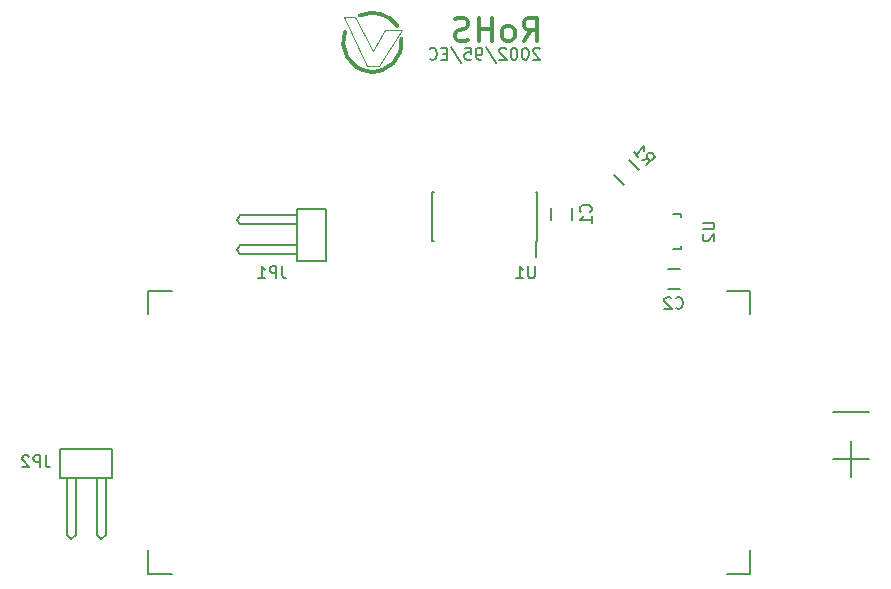
<source format=gbr>
G04 #@! TF.GenerationSoftware,KiCad,Pcbnew,5.0.0-rc2-dev-unknown*
G04 #@! TF.CreationDate,2018-06-18T21:32:58+02:00*
G04 #@! TF.ProjectId,thermometer-bausatz,746865726D6F6D657465722D62617573,rev?*
G04 #@! TF.SameCoordinates,PX3938700PY9896800*
G04 #@! TF.FileFunction,Legend,Bot*
G04 #@! TF.FilePolarity,Positive*
%FSLAX46Y46*%
G04 Gerber Fmt 4.6, Leading zero omitted, Abs format (unit mm)*
G04 Created by KiCad (PCBNEW 5.0.0-rc2-dev-unknown) date Mon Jun 18 21:32:58 2018*
%MOMM*%
%LPD*%
G01*
G04 APERTURE LIST*
%ADD10C,0.150000*%
%ADD11C,0.300000*%
%ADD12C,0.100000*%
G04 APERTURE END LIST*
D10*
X24500000Y0D02*
X24500000Y2000000D01*
X26500000Y0D02*
X24500000Y0D01*
X24500000Y22000000D02*
X24500000Y24000000D01*
X24500000Y24000000D02*
X26500000Y24000000D01*
X73500000Y24000000D02*
X75500000Y24000000D01*
X75500000Y24000000D02*
X75500000Y22000000D01*
X75500000Y2000000D02*
X75500000Y0D01*
X75500000Y0D02*
X73500000Y0D01*
X60350000Y31000000D02*
X60350000Y30000000D01*
X58650000Y30000000D02*
X58650000Y31000000D01*
X32300000Y29600000D02*
X37100000Y29600000D01*
X32000000Y30000000D02*
X32300000Y29600000D01*
X32300000Y30400000D02*
X32000000Y30000000D01*
X37100000Y30400000D02*
X32300000Y30400000D01*
X37100000Y26530000D02*
X39600000Y26530000D01*
X37100000Y30930000D02*
X37100000Y26530000D01*
X39600000Y30930000D02*
X37100000Y30930000D01*
X39600000Y26530000D02*
X39600000Y30930000D01*
X37100000Y30400000D02*
X32300000Y30400000D01*
X32300000Y30400000D02*
X32000000Y30000000D01*
X32000000Y30000000D02*
X32300000Y29600000D01*
X32300000Y29600000D02*
X37100000Y29600000D01*
X32300000Y29600000D02*
X37100000Y29600000D01*
X37100000Y30400000D02*
X32300000Y30400000D01*
X37100000Y30400000D02*
X32300000Y30400000D01*
X32300000Y29600000D02*
X37100000Y29600000D01*
X32000000Y30000000D02*
X32300000Y29600000D01*
X32300000Y30400000D02*
X32000000Y30000000D01*
X32300000Y30400000D02*
X32000000Y30000000D01*
X32000000Y30000000D02*
X32300000Y29600000D01*
X32300000Y27060000D02*
X37100000Y27060000D01*
X32300000Y27060000D02*
X37100000Y27060000D01*
X37100000Y27860000D02*
X32300000Y27860000D01*
X32300000Y27060000D02*
X37100000Y27060000D01*
X37100000Y27860000D02*
X32300000Y27860000D01*
X37100000Y27860000D02*
X32300000Y27860000D01*
X37100000Y27860000D02*
X32300000Y27860000D01*
X32300000Y27060000D02*
X37100000Y27060000D01*
X32000000Y27460000D02*
X32300000Y27060000D01*
X32000000Y27460000D02*
X32300000Y27060000D01*
X32300000Y27860000D02*
X32000000Y27460000D01*
X32300000Y27860000D02*
X32000000Y27460000D01*
X32000000Y27460000D02*
X32300000Y27060000D01*
X32300000Y27860000D02*
X32000000Y27460000D01*
X32300000Y27860000D02*
X32000000Y27460000D01*
X32000000Y27460000D02*
X32300000Y27060000D01*
X18400000Y3300000D02*
X18400000Y8100000D01*
X18000000Y3000000D02*
X18400000Y3300000D01*
X17600000Y3300000D02*
X18000000Y3000000D01*
X17600000Y8100000D02*
X17600000Y3300000D01*
X21470000Y8100000D02*
X21470000Y10600000D01*
X17070000Y8100000D02*
X21470000Y8100000D01*
X17070000Y10600000D02*
X17070000Y8100000D01*
X21470000Y10600000D02*
X17070000Y10600000D01*
X17600000Y8100000D02*
X17600000Y3300000D01*
X17600000Y3300000D02*
X18000000Y3000000D01*
X18000000Y3000000D02*
X18400000Y3300000D01*
X18400000Y3300000D02*
X18400000Y8100000D01*
X18400000Y3300000D02*
X18400000Y8100000D01*
X17600000Y8100000D02*
X17600000Y3300000D01*
X17600000Y8100000D02*
X17600000Y3300000D01*
X18400000Y3300000D02*
X18400000Y8100000D01*
X18000000Y3000000D02*
X18400000Y3300000D01*
X17600000Y3300000D02*
X18000000Y3000000D01*
X17600000Y3300000D02*
X18000000Y3000000D01*
X18000000Y3000000D02*
X18400000Y3300000D01*
X20940000Y3300000D02*
X20940000Y8100000D01*
X20940000Y3300000D02*
X20940000Y8100000D01*
X20140000Y8100000D02*
X20140000Y3300000D01*
X20940000Y3300000D02*
X20940000Y8100000D01*
X20140000Y8100000D02*
X20140000Y3300000D01*
X20140000Y8100000D02*
X20140000Y3300000D01*
X20140000Y8100000D02*
X20140000Y3300000D01*
X20940000Y3300000D02*
X20940000Y8100000D01*
X20540000Y3000000D02*
X20940000Y3300000D01*
X20540000Y3000000D02*
X20940000Y3300000D01*
X20140000Y3300000D02*
X20540000Y3000000D01*
X20140000Y3300000D02*
X20540000Y3000000D01*
X20540000Y3000000D02*
X20940000Y3300000D01*
X20140000Y3300000D02*
X20540000Y3000000D01*
X20140000Y3300000D02*
X20540000Y3000000D01*
X20540000Y3000000D02*
X20940000Y3300000D01*
X57450000Y28225000D02*
X57335000Y28225000D01*
X57450000Y32375000D02*
X57335000Y32375000D01*
X48550000Y32375000D02*
X48665000Y32375000D01*
X48550000Y28225000D02*
X48665000Y28225000D01*
X57450000Y28225000D02*
X57450000Y32375000D01*
X48550000Y28225000D02*
X48550000Y32375000D01*
X57335000Y28225000D02*
X57335000Y26850000D01*
D11*
X42421793Y47281988D02*
G75*
G02X45600000Y46400000I1078207J-2281988D01*
G01*
X45952294Y45293694D02*
G75*
G02X41200000Y45900000I-2452294J-293694D01*
G01*
D12*
X46000000Y46066670D02*
X44054980Y43046050D01*
X44054980Y43046050D02*
X43000000Y43046050D01*
X43000000Y43046050D02*
X41129260Y47157150D01*
X41129260Y47157150D02*
X42000000Y47157150D01*
X42000000Y47157150D02*
X43520610Y44255980D01*
X43520610Y44255980D02*
X44552870Y46071260D01*
X44552870Y46071260D02*
X46000000Y46071260D01*
X46000000Y46071260D02*
X46000000Y46066670D01*
D10*
X69500000Y24150000D02*
X68500000Y24150000D01*
X68500000Y25850000D02*
X69500000Y25850000D01*
X63957017Y33805546D02*
X64805546Y32957017D01*
X66042983Y34194454D02*
X65194454Y35042983D01*
X69650240Y30299160D02*
X69650240Y30250900D01*
X68949200Y27500180D02*
X69650240Y27500180D01*
X69650240Y27500180D02*
X69650240Y27749100D01*
X69650240Y30299160D02*
X69650240Y30499820D01*
X69650240Y30499820D02*
X68949200Y30499820D01*
X85523809Y13714286D02*
X82476190Y13714286D01*
X85523809Y9714286D02*
X82476190Y9714286D01*
X84000000Y8190477D02*
X84000000Y11238096D01*
X61957142Y30666667D02*
X62004761Y30714286D01*
X62052380Y30857143D01*
X62052380Y30952381D01*
X62004761Y31095239D01*
X61909523Y31190477D01*
X61814285Y31238096D01*
X61623809Y31285715D01*
X61480952Y31285715D01*
X61290476Y31238096D01*
X61195238Y31190477D01*
X61100000Y31095239D01*
X61052380Y30952381D01*
X61052380Y30857143D01*
X61100000Y30714286D01*
X61147619Y30666667D01*
X62052380Y29714286D02*
X62052380Y30285715D01*
X62052380Y30000000D02*
X61052380Y30000000D01*
X61195238Y30095239D01*
X61290476Y30190477D01*
X61338095Y30285715D01*
X35833333Y26047620D02*
X35833333Y25333334D01*
X35880952Y25190477D01*
X35976190Y25095239D01*
X36119047Y25047620D01*
X36214285Y25047620D01*
X35357142Y25047620D02*
X35357142Y26047620D01*
X34976190Y26047620D01*
X34880952Y26000000D01*
X34833333Y25952381D01*
X34785714Y25857143D01*
X34785714Y25714286D01*
X34833333Y25619048D01*
X34880952Y25571429D01*
X34976190Y25523810D01*
X35357142Y25523810D01*
X33833333Y25047620D02*
X34404761Y25047620D01*
X34119047Y25047620D02*
X34119047Y26047620D01*
X34214285Y25904762D01*
X34309523Y25809524D01*
X34404761Y25761905D01*
X15833333Y10047620D02*
X15833333Y9333334D01*
X15880952Y9190477D01*
X15976190Y9095239D01*
X16119047Y9047620D01*
X16214285Y9047620D01*
X15357142Y9047620D02*
X15357142Y10047620D01*
X14976190Y10047620D01*
X14880952Y10000000D01*
X14833333Y9952381D01*
X14785714Y9857143D01*
X14785714Y9714286D01*
X14833333Y9619048D01*
X14880952Y9571429D01*
X14976190Y9523810D01*
X15357142Y9523810D01*
X14404761Y9952381D02*
X14357142Y10000000D01*
X14261904Y10047620D01*
X14023809Y10047620D01*
X13928571Y10000000D01*
X13880952Y9952381D01*
X13833333Y9857143D01*
X13833333Y9761905D01*
X13880952Y9619048D01*
X14452380Y9047620D01*
X13833333Y9047620D01*
X57261904Y26047620D02*
X57261904Y25238096D01*
X57214285Y25142858D01*
X57166666Y25095239D01*
X57071428Y25047620D01*
X56880952Y25047620D01*
X56785714Y25095239D01*
X56738095Y25142858D01*
X56690476Y25238096D01*
X56690476Y26047620D01*
X55690476Y25047620D02*
X56261904Y25047620D01*
X55976190Y25047620D02*
X55976190Y26047620D01*
X56071428Y25904762D01*
X56166666Y25809524D01*
X56261904Y25761905D01*
X57666666Y44452381D02*
X57619047Y44500000D01*
X57523809Y44547620D01*
X57285714Y44547620D01*
X57190476Y44500000D01*
X57142857Y44452381D01*
X57095238Y44357143D01*
X57095238Y44261905D01*
X57142857Y44119048D01*
X57714285Y43547620D01*
X57095238Y43547620D01*
X56476190Y44547620D02*
X56380952Y44547620D01*
X56285714Y44500000D01*
X56238095Y44452381D01*
X56190476Y44357143D01*
X56142857Y44166667D01*
X56142857Y43928572D01*
X56190476Y43738096D01*
X56238095Y43642858D01*
X56285714Y43595239D01*
X56380952Y43547620D01*
X56476190Y43547620D01*
X56571428Y43595239D01*
X56619047Y43642858D01*
X56666666Y43738096D01*
X56714285Y43928572D01*
X56714285Y44166667D01*
X56666666Y44357143D01*
X56619047Y44452381D01*
X56571428Y44500000D01*
X56476190Y44547620D01*
X55523809Y44547620D02*
X55428571Y44547620D01*
X55333333Y44500000D01*
X55285714Y44452381D01*
X55238095Y44357143D01*
X55190476Y44166667D01*
X55190476Y43928572D01*
X55238095Y43738096D01*
X55285714Y43642858D01*
X55333333Y43595239D01*
X55428571Y43547620D01*
X55523809Y43547620D01*
X55619047Y43595239D01*
X55666666Y43642858D01*
X55714285Y43738096D01*
X55761904Y43928572D01*
X55761904Y44166667D01*
X55714285Y44357143D01*
X55666666Y44452381D01*
X55619047Y44500000D01*
X55523809Y44547620D01*
X54809523Y44452381D02*
X54761904Y44500000D01*
X54666666Y44547620D01*
X54428571Y44547620D01*
X54333333Y44500000D01*
X54285714Y44452381D01*
X54238095Y44357143D01*
X54238095Y44261905D01*
X54285714Y44119048D01*
X54857142Y43547620D01*
X54238095Y43547620D01*
X53095238Y44595239D02*
X53952380Y43309524D01*
X52714285Y43547620D02*
X52523809Y43547620D01*
X52428571Y43595239D01*
X52380952Y43642858D01*
X52285714Y43785715D01*
X52238095Y43976191D01*
X52238095Y44357143D01*
X52285714Y44452381D01*
X52333333Y44500000D01*
X52428571Y44547620D01*
X52619047Y44547620D01*
X52714285Y44500000D01*
X52761904Y44452381D01*
X52809523Y44357143D01*
X52809523Y44119048D01*
X52761904Y44023810D01*
X52714285Y43976191D01*
X52619047Y43928572D01*
X52428571Y43928572D01*
X52333333Y43976191D01*
X52285714Y44023810D01*
X52238095Y44119048D01*
X51333333Y44547620D02*
X51809523Y44547620D01*
X51857142Y44071429D01*
X51809523Y44119048D01*
X51714285Y44166667D01*
X51476190Y44166667D01*
X51380952Y44119048D01*
X51333333Y44071429D01*
X51285714Y43976191D01*
X51285714Y43738096D01*
X51333333Y43642858D01*
X51380952Y43595239D01*
X51476190Y43547620D01*
X51714285Y43547620D01*
X51809523Y43595239D01*
X51857142Y43642858D01*
X50142857Y44595239D02*
X51000000Y43309524D01*
X49809523Y44071429D02*
X49476190Y44071429D01*
X49333333Y43547620D02*
X49809523Y43547620D01*
X49809523Y44547620D01*
X49333333Y44547620D01*
X48333333Y43642858D02*
X48380952Y43595239D01*
X48523809Y43547620D01*
X48619047Y43547620D01*
X48761904Y43595239D01*
X48857142Y43690477D01*
X48904761Y43785715D01*
X48952380Y43976191D01*
X48952380Y44119048D01*
X48904761Y44309524D01*
X48857142Y44404762D01*
X48761904Y44500000D01*
X48619047Y44547620D01*
X48523809Y44547620D01*
X48380952Y44500000D01*
X48333333Y44452381D01*
D11*
X56285714Y45095239D02*
X56952380Y46047620D01*
X57428571Y45095239D02*
X57428571Y47095239D01*
X56666666Y47095239D01*
X56476190Y47000000D01*
X56380952Y46904762D01*
X56285714Y46714286D01*
X56285714Y46428572D01*
X56380952Y46238096D01*
X56476190Y46142858D01*
X56666666Y46047620D01*
X57428571Y46047620D01*
X55142857Y45095239D02*
X55333333Y45190477D01*
X55428571Y45285715D01*
X55523809Y45476191D01*
X55523809Y46047620D01*
X55428571Y46238096D01*
X55333333Y46333334D01*
X55142857Y46428572D01*
X54857142Y46428572D01*
X54666666Y46333334D01*
X54571428Y46238096D01*
X54476190Y46047620D01*
X54476190Y45476191D01*
X54571428Y45285715D01*
X54666666Y45190477D01*
X54857142Y45095239D01*
X55142857Y45095239D01*
X53619047Y45095239D02*
X53619047Y47095239D01*
X53619047Y46142858D02*
X52476190Y46142858D01*
X52476190Y45095239D02*
X52476190Y47095239D01*
X51619047Y45190477D02*
X51333333Y45095239D01*
X50857142Y45095239D01*
X50666666Y45190477D01*
X50571428Y45285715D01*
X50476190Y45476191D01*
X50476190Y45666667D01*
X50571428Y45857143D01*
X50666666Y45952381D01*
X50857142Y46047620D01*
X51238095Y46142858D01*
X51428571Y46238096D01*
X51523809Y46333334D01*
X51619047Y46523810D01*
X51619047Y46714286D01*
X51523809Y46904762D01*
X51428571Y47000000D01*
X51238095Y47095239D01*
X50761904Y47095239D01*
X50476190Y47000000D01*
D10*
X69166666Y22542858D02*
X69214285Y22495239D01*
X69357142Y22447620D01*
X69452380Y22447620D01*
X69595238Y22495239D01*
X69690476Y22590477D01*
X69738095Y22685715D01*
X69785714Y22876191D01*
X69785714Y23019048D01*
X69738095Y23209524D01*
X69690476Y23304762D01*
X69595238Y23400000D01*
X69452380Y23447620D01*
X69357142Y23447620D01*
X69214285Y23400000D01*
X69166666Y23352381D01*
X68785714Y23352381D02*
X68738095Y23400000D01*
X68642857Y23447620D01*
X68404761Y23447620D01*
X68309523Y23400000D01*
X68261904Y23352381D01*
X68214285Y23257143D01*
X68214285Y23161905D01*
X68261904Y23019048D01*
X68833333Y22447620D01*
X68214285Y22447620D01*
X66282893Y35047192D02*
X66855313Y35148207D01*
X66686954Y34643131D02*
X67394061Y35350237D01*
X67124687Y35619612D01*
X67023672Y35653283D01*
X66956328Y35653283D01*
X66855313Y35619612D01*
X66754298Y35518596D01*
X66720626Y35417581D01*
X66720626Y35350237D01*
X66754298Y35249222D01*
X67023672Y34979848D01*
X65609458Y35720627D02*
X66013519Y35316566D01*
X65811488Y35518596D02*
X66518595Y36225703D01*
X66484924Y36057344D01*
X66484924Y35922657D01*
X66518595Y35821642D01*
X71452380Y29761905D02*
X72261904Y29761905D01*
X72357142Y29714286D01*
X72404761Y29666667D01*
X72452380Y29571429D01*
X72452380Y29380953D01*
X72404761Y29285715D01*
X72357142Y29238096D01*
X72261904Y29190477D01*
X71452380Y29190477D01*
X71547619Y28761905D02*
X71500000Y28714286D01*
X71452380Y28619048D01*
X71452380Y28380953D01*
X71500000Y28285715D01*
X71547619Y28238096D01*
X71642857Y28190477D01*
X71738095Y28190477D01*
X71880952Y28238096D01*
X72452380Y28809524D01*
X72452380Y28190477D01*
M02*

</source>
